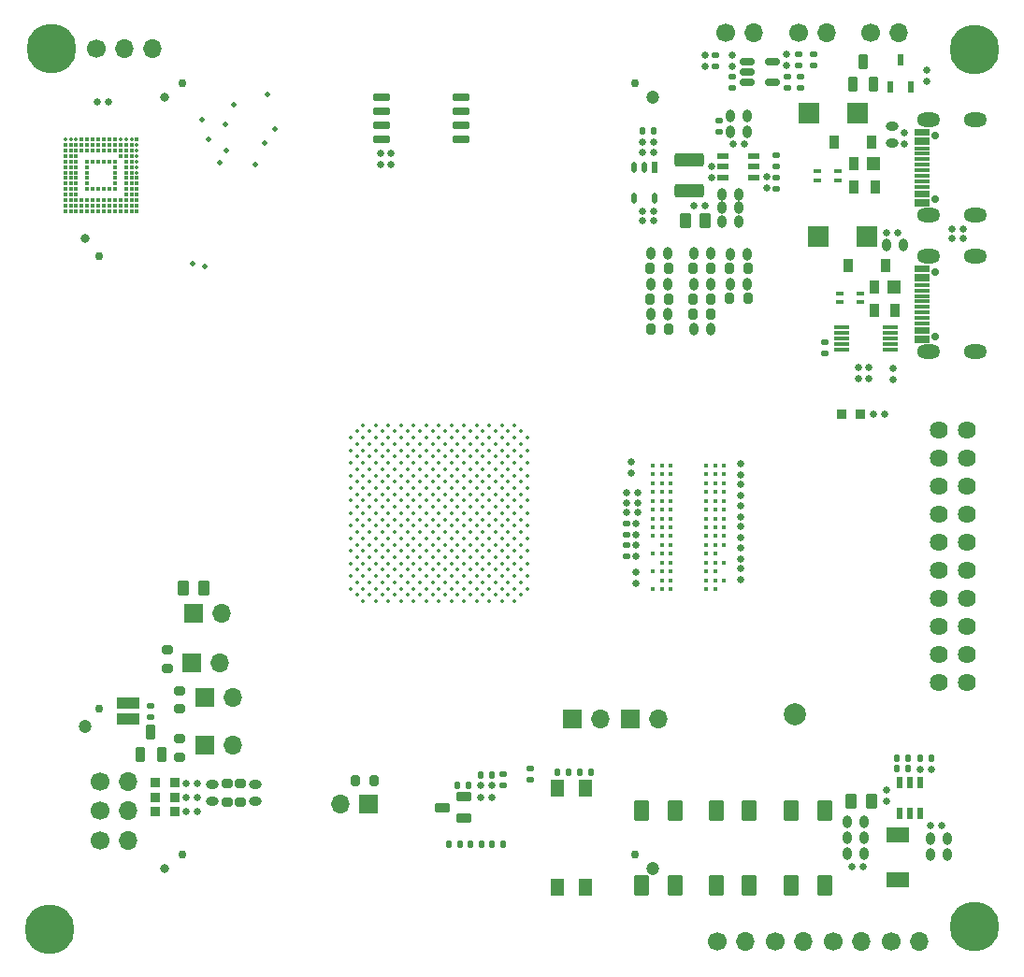
<source format=gbr>
G04 #@! TF.GenerationSoftware,KiCad,Pcbnew,7.0.2*
G04 #@! TF.CreationDate,2023-08-14T15:49:25+08:00*
G04 #@! TF.ProjectId,HPM1500_DDR2_CORE_RevA,48504d31-3530-4305-9f44-4452325f434f,rev?*
G04 #@! TF.SameCoordinates,Original*
G04 #@! TF.FileFunction,Soldermask,Top*
G04 #@! TF.FilePolarity,Negative*
%FSLAX46Y46*%
G04 Gerber Fmt 4.6, Leading zero omitted, Abs format (unit mm)*
G04 Created by KiCad (PCBNEW 7.0.2) date 2023-08-14 15:49:25*
%MOMM*%
%LPD*%
G01*
G04 APERTURE LIST*
G04 Aperture macros list*
%AMRoundRect*
0 Rectangle with rounded corners*
0 $1 Rounding radius*
0 $2 $3 $4 $5 $6 $7 $8 $9 X,Y pos of 4 corners*
0 Add a 4 corners polygon primitive as box body*
4,1,4,$2,$3,$4,$5,$6,$7,$8,$9,$2,$3,0*
0 Add four circle primitives for the rounded corners*
1,1,$1+$1,$2,$3*
1,1,$1+$1,$4,$5*
1,1,$1+$1,$6,$7*
1,1,$1+$1,$8,$9*
0 Add four rect primitives between the rounded corners*
20,1,$1+$1,$2,$3,$4,$5,0*
20,1,$1+$1,$4,$5,$6,$7,0*
20,1,$1+$1,$6,$7,$8,$9,0*
20,1,$1+$1,$8,$9,$2,$3,0*%
G04 Aperture macros list end*
%ADD10C,1.700000*%
%ADD11O,1.700000X1.700000*%
%ADD12C,0.421600*%
%ADD13O,0.421600X0.301600*%
%ADD14O,0.301600X0.421600*%
%ADD15C,0.400000*%
%ADD16RoundRect,0.135000X-0.135000X-0.185000X0.135000X-0.185000X0.135000X0.185000X-0.135000X0.185000X0*%
%ADD17RoundRect,0.200000X0.200000X0.275000X-0.200000X0.275000X-0.200000X-0.275000X0.200000X-0.275000X0*%
%ADD18RoundRect,0.135000X-0.185000X0.135000X-0.185000X-0.135000X0.185000X-0.135000X0.185000X0.135000X0*%
%ADD19O,0.889000X1.143000*%
%ADD20RoundRect,0.250000X0.262500X0.450000X-0.262500X0.450000X-0.262500X-0.450000X0.262500X-0.450000X0*%
%ADD21RoundRect,0.200000X-0.200000X-0.275000X0.200000X-0.275000X0.200000X0.275000X-0.200000X0.275000X0*%
%ADD22RoundRect,0.150000X0.650000X0.150000X-0.650000X0.150000X-0.650000X-0.150000X0.650000X-0.150000X0*%
%ADD23RoundRect,0.050800X-0.625000X-0.350000X0.625000X-0.350000X0.625000X0.350000X-0.625000X0.350000X0*%
%ADD24C,0.635000*%
%ADD25RoundRect,0.200000X-0.275000X0.200000X-0.275000X-0.200000X0.275000X-0.200000X0.275000X0.200000X0*%
%ADD26R,0.750000X0.400000*%
%ADD27RoundRect,0.135000X0.185000X-0.135000X0.185000X0.135000X-0.185000X0.135000X-0.185000X-0.135000X0*%
%ADD28C,1.625600*%
%ADD29R,1.700000X1.700000*%
%ADD30C,0.500000*%
%ADD31RoundRect,0.150000X-0.512500X-0.150000X0.512500X-0.150000X0.512500X0.150000X-0.512500X0.150000X0*%
%ADD32RoundRect,0.050800X-0.350000X0.625000X-0.350000X-0.625000X0.350000X-0.625000X0.350000X0.625000X0*%
%ADD33RoundRect,0.050800X0.599450X-0.849650X0.599450X0.849650X-0.599450X0.849650X-0.599450X-0.849650X0*%
%ADD34RoundRect,0.250000X-0.262500X-0.450000X0.262500X-0.450000X0.262500X0.450000X-0.262500X0.450000X0*%
%ADD35RoundRect,0.050800X-0.400050X0.400050X-0.400050X-0.400050X0.400050X-0.400050X0.400050X0.400050X0*%
%ADD36C,2.001600*%
%ADD37R,0.550000X1.000000*%
%ADD38R,1.400000X0.300000*%
%ADD39O,1.143000X0.889000*%
%ADD40RoundRect,0.200000X0.275000X-0.200000X0.275000X0.200000X-0.275000X0.200000X-0.275000X-0.200000X0*%
%ADD41C,4.500000*%
%ADD42RoundRect,0.250000X-1.075000X0.375000X-1.075000X-0.375000X1.075000X-0.375000X1.075000X0.375000X0*%
%ADD43R,1.168400X1.168400*%
%ADD44R,0.914400X1.168400*%
%ADD45RoundRect,0.135000X0.135000X0.185000X-0.135000X0.185000X-0.135000X-0.185000X0.135000X-0.185000X0*%
%ADD46R,0.950000X1.150000*%
%ADD47R,2.120000X1.400000*%
%ADD48RoundRect,0.050800X-0.900450X-0.849650X0.900450X-0.849650X0.900450X0.849650X-0.900450X0.849650X0*%
%ADD49RoundRect,0.050800X-0.549900X-0.750550X0.549900X-0.750550X0.549900X0.750550X-0.549900X0.750550X0*%
%ADD50C,0.350000*%
%ADD51R,0.600000X1.070000*%
%ADD52R,1.000000X0.550000*%
%ADD53RoundRect,0.050800X-1.000000X-0.450000X1.000000X-0.450000X1.000000X0.450000X-1.000000X0.450000X0*%
%ADD54RoundRect,0.050000X0.650000X-0.150000X0.650000X0.150000X-0.650000X0.150000X-0.650000X-0.150000X0*%
%ADD55O,2.101600X1.301600*%
%ADD56C,0.700000*%
%ADD57R,0.508000X1.016000*%
%ADD58O,0.508000X1.016000*%
%ADD59C,1.200000*%
%ADD60C,0.762000*%
%ADD61C,0.800000*%
G04 APERTURE END LIST*
D10*
X114240000Y-60360000D03*
D11*
X116780000Y-60360000D03*
X119320000Y-60360000D03*
D12*
X117885900Y-68545000D03*
D13*
X117885900Y-69045400D03*
X117885900Y-69545800D03*
X117885900Y-70046100D03*
X117885900Y-70546500D03*
X117885900Y-71046900D03*
X117885900Y-71547300D03*
D12*
X117885900Y-72045100D03*
X117885900Y-72545500D03*
X117885900Y-73045900D03*
X117885900Y-73546300D03*
X117885900Y-74046600D03*
X117885900Y-74547000D03*
X117885900Y-75047400D03*
D14*
X117385500Y-68545000D03*
D12*
X117385500Y-69045400D03*
X117385500Y-69545800D03*
X117385500Y-70046100D03*
X117385500Y-70546500D03*
X117385500Y-71046900D03*
X117385500Y-71547300D03*
X117385500Y-72045100D03*
X117385500Y-72545500D03*
X117385500Y-73045900D03*
X117385500Y-73546300D03*
X117385500Y-74046600D03*
X117385500Y-74547000D03*
X117385500Y-75047400D03*
D14*
X116885100Y-68545000D03*
D12*
X116885100Y-69045400D03*
X116885100Y-69545800D03*
X116885100Y-70046100D03*
X116885100Y-70546500D03*
X116885100Y-71046900D03*
X116885100Y-71547300D03*
X116885100Y-72045100D03*
X116885100Y-72545500D03*
X116885100Y-73045900D03*
X116885100Y-73546300D03*
X116885100Y-74046600D03*
X116885100Y-74547000D03*
X116885100Y-75047400D03*
D14*
X116384800Y-68545000D03*
D12*
X116384800Y-69045400D03*
X116384800Y-69545800D03*
X116384800Y-70046100D03*
X116384800Y-74046600D03*
X116384800Y-74547000D03*
X116384800Y-75047400D03*
X115884400Y-68545000D03*
X115884400Y-69045400D03*
X115884400Y-69545800D03*
X115884400Y-70546500D03*
X115884400Y-71046900D03*
X115884400Y-71547300D03*
X115884400Y-72045100D03*
X115884400Y-72545500D03*
X115884400Y-73045900D03*
X115884400Y-74046600D03*
X115884400Y-74547000D03*
X115884400Y-75047400D03*
X115384000Y-68545000D03*
X115384000Y-69045400D03*
X115384000Y-69545800D03*
X115384000Y-70546500D03*
X115384000Y-73045900D03*
X115384000Y-74046600D03*
X115384000Y-74547000D03*
X115384000Y-75047400D03*
X114883600Y-68545000D03*
X114883600Y-69045400D03*
X114883600Y-69545800D03*
X114883600Y-70546500D03*
X114883600Y-73045900D03*
X114883600Y-74046600D03*
X114883600Y-74547000D03*
X114883600Y-75047400D03*
X114385800Y-68545000D03*
X114385800Y-69045400D03*
X114385800Y-69545800D03*
X114385800Y-70546500D03*
X114385800Y-73045900D03*
X114385800Y-74046600D03*
X114385800Y-74547000D03*
X114385800Y-75047400D03*
X113885400Y-68545000D03*
X113885400Y-69045400D03*
X113885400Y-69545800D03*
X113885400Y-70546500D03*
X113885400Y-73045900D03*
X113885400Y-74046600D03*
X113885400Y-74547000D03*
X113885400Y-75047400D03*
X113385000Y-68545000D03*
X113385000Y-69045400D03*
X113385000Y-69545800D03*
X113385000Y-70546500D03*
X113385000Y-71046900D03*
X113385000Y-71547300D03*
X113385000Y-72045100D03*
X113385000Y-72545500D03*
X113385000Y-73045900D03*
X113385000Y-74046600D03*
X113385000Y-74547000D03*
X113385000Y-75047400D03*
X112884600Y-68545000D03*
X112884600Y-69045400D03*
X112884600Y-69545800D03*
X112884600Y-74046600D03*
X112884600Y-74547000D03*
X112884600Y-75047400D03*
D14*
X112384300Y-68545000D03*
D12*
X112384300Y-69045400D03*
X112384300Y-69545800D03*
X112384300Y-70046100D03*
X112384300Y-70546500D03*
X112384300Y-71046900D03*
X112384300Y-71547300D03*
X112384300Y-72045100D03*
X112384300Y-72545500D03*
X112384300Y-73045900D03*
X112384300Y-73546300D03*
X112384300Y-74046600D03*
X112384300Y-74547000D03*
X112384300Y-75047400D03*
D14*
X111883900Y-68545000D03*
D12*
X111883900Y-69045400D03*
X111883900Y-69545800D03*
X111883900Y-70046100D03*
X111883900Y-70546500D03*
X111883900Y-71046900D03*
X111883900Y-71547300D03*
X111883900Y-72045100D03*
X111883900Y-72545500D03*
X111883900Y-73045900D03*
X111883900Y-73546300D03*
X111883900Y-74046600D03*
X111883900Y-74547000D03*
X111883900Y-75047400D03*
D14*
X111383500Y-68545000D03*
D12*
X111383500Y-69045400D03*
X111383500Y-69545800D03*
X111383500Y-70046100D03*
X111383500Y-70546500D03*
X111383500Y-71046900D03*
X111383500Y-71547300D03*
X111383500Y-72045100D03*
X111383500Y-72545500D03*
X111383500Y-73045900D03*
X111383500Y-73546300D03*
X111383500Y-74046600D03*
X111383500Y-74547000D03*
X111383500Y-75047400D03*
D15*
X164620000Y-98079000D03*
X165420000Y-98079000D03*
X166220000Y-98079000D03*
X169420000Y-98079000D03*
X170220000Y-98079000D03*
X171020000Y-98079000D03*
X164620000Y-98879000D03*
X165420000Y-98879000D03*
X166220000Y-98879000D03*
X169420000Y-98879000D03*
X170220000Y-98879000D03*
X171020000Y-98879000D03*
X164620000Y-99680000D03*
X165420000Y-99680000D03*
X166220000Y-99680000D03*
X169420000Y-99680000D03*
X170220000Y-99680000D03*
X171020000Y-99680000D03*
X164620000Y-100480000D03*
X165420000Y-100480000D03*
X166220000Y-100480000D03*
X169420000Y-100480000D03*
X170220000Y-100480000D03*
X171020000Y-100480000D03*
X164620000Y-101280000D03*
X165420000Y-101280000D03*
X166220000Y-101280000D03*
X169420000Y-101280000D03*
X170220000Y-101280000D03*
X171020000Y-101280000D03*
X164620000Y-102080000D03*
X165420000Y-102080000D03*
X166220000Y-102080000D03*
X169420000Y-102080000D03*
X170220000Y-102080000D03*
X171020000Y-102080000D03*
X164620000Y-102880000D03*
X165420000Y-102880000D03*
X166220000Y-102880000D03*
X169420000Y-102880000D03*
X170220000Y-102880000D03*
X171020000Y-102880000D03*
X164620000Y-103680000D03*
X165420000Y-103680000D03*
X166220000Y-103680000D03*
X169420000Y-103680000D03*
X170220000Y-103680000D03*
X171020000Y-103680000D03*
X164620000Y-104480000D03*
X165420000Y-104480000D03*
X166220000Y-104480000D03*
X169420000Y-104480000D03*
X170220000Y-104480000D03*
X171020000Y-104480000D03*
X165420000Y-105280000D03*
X166220000Y-105280000D03*
X169420000Y-105280000D03*
X170220000Y-105280000D03*
X171020000Y-105280000D03*
X164620000Y-106080000D03*
X165420000Y-106080000D03*
X166220000Y-106080000D03*
X169420000Y-106080000D03*
X170220000Y-106080000D03*
X165420000Y-106880000D03*
X166220000Y-106880000D03*
X169420000Y-106880000D03*
X170220000Y-106880000D03*
X171020000Y-106880000D03*
X164620000Y-107681000D03*
X165420000Y-107681000D03*
X166220000Y-107681000D03*
X169420000Y-107681000D03*
X170220000Y-107681000D03*
X165420000Y-108481000D03*
X166220000Y-108481000D03*
X169420000Y-108481000D03*
X170220000Y-108481000D03*
X171020000Y-108481000D03*
X164620000Y-109281000D03*
X165420000Y-109281000D03*
X166220000Y-109281000D03*
X169420000Y-109281000D03*
X170220000Y-109281000D03*
D16*
X146917000Y-127075000D03*
X147937000Y-127075000D03*
D17*
X169873000Y-80264285D03*
X168223000Y-80264285D03*
D18*
X175765000Y-71973000D03*
X175765000Y-72993000D03*
D19*
X165950000Y-78900000D03*
X164426000Y-78900000D03*
D20*
X169337500Y-75925000D03*
X167512500Y-75925000D03*
D17*
X166033000Y-85721425D03*
X164383000Y-85721425D03*
D21*
X171563009Y-80250000D03*
X173213009Y-80250000D03*
D22*
X147225000Y-68505000D03*
X147225000Y-67235000D03*
X147225000Y-65965000D03*
X147225000Y-64695000D03*
X140025000Y-64695000D03*
X140025000Y-65965000D03*
X140025000Y-67235000D03*
X140025000Y-68505000D03*
D23*
X147509450Y-130001200D03*
X147509450Y-128101200D03*
X145509450Y-129051200D03*
D10*
X180915000Y-141210000D03*
D11*
X183455000Y-141210000D03*
D18*
X171750000Y-62890000D03*
X171750000Y-63910000D03*
D24*
X184576100Y-93420000D03*
X185592100Y-93420000D03*
D25*
X120645000Y-114795000D03*
X120645000Y-116445000D03*
D10*
X114545000Y-129355000D03*
D11*
X117085000Y-129355000D03*
D26*
X183350000Y-83275000D03*
X181500000Y-83275000D03*
X181500000Y-82475000D03*
X183350000Y-82475000D03*
D18*
X177755000Y-60845000D03*
X177755000Y-61865000D03*
D17*
X139340000Y-126605000D03*
X137690000Y-126605000D03*
D27*
X179145000Y-61865000D03*
X179145000Y-60845000D03*
D24*
X164672702Y-69733100D03*
X163656702Y-69733100D03*
X185737000Y-77015000D03*
X186753000Y-77015000D03*
D28*
X193070000Y-117714000D03*
X190530000Y-117714000D03*
X193070000Y-115174000D03*
X190530000Y-115174000D03*
X193070000Y-112634000D03*
X190530000Y-112634000D03*
X193070000Y-110094000D03*
X190530000Y-110094000D03*
X193070000Y-107554000D03*
X190530000Y-107554000D03*
X193070000Y-105014000D03*
X190530000Y-105014000D03*
X193070000Y-102474000D03*
X190530000Y-102474000D03*
X193070000Y-99934000D03*
X190530000Y-99934000D03*
X193070000Y-97394000D03*
X190530000Y-97394000D03*
X193070000Y-94854000D03*
X190530000Y-94854000D03*
D29*
X138850000Y-128705000D03*
D11*
X136310000Y-128705000D03*
D18*
X175765000Y-70015000D03*
X175765000Y-71035000D03*
D30*
X125385000Y-70640000D03*
D31*
X173112500Y-61475000D03*
X173112500Y-62425000D03*
X173112500Y-63375000D03*
X175387500Y-63375000D03*
X175387500Y-61475000D03*
D24*
X172555000Y-100808000D03*
X172555000Y-99792000D03*
X169890000Y-71983000D03*
X169890000Y-70967000D03*
D32*
X182685000Y-63535000D03*
X184585000Y-63535000D03*
X183635000Y-61535000D03*
D33*
X180136100Y-136106100D03*
X180136100Y-129303900D03*
X177133900Y-129303900D03*
X177133900Y-136106100D03*
D18*
X151027000Y-126057000D03*
X151027000Y-127077000D03*
D34*
X182560000Y-128449000D03*
X184385000Y-128449000D03*
D24*
X164697702Y-75933100D03*
X163681702Y-75933100D03*
D35*
X119584100Y-128105000D03*
X121285900Y-128105000D03*
X119584100Y-129444425D03*
X121285900Y-129444425D03*
D24*
X189727000Y-130685000D03*
X190743000Y-130685000D03*
D18*
X177935000Y-62875000D03*
X177935000Y-63895000D03*
D10*
X175675000Y-141210000D03*
D11*
X178215000Y-141210000D03*
D30*
X130385000Y-67570000D03*
D24*
X176725000Y-61833000D03*
X176725000Y-60817000D03*
D25*
X121720000Y-122825000D03*
X121720000Y-124475000D03*
D24*
X187395000Y-69001000D03*
X187395000Y-67985000D03*
D36*
X177485000Y-120600000D03*
D24*
X164628000Y-68795000D03*
X163612000Y-68795000D03*
X172555000Y-105572000D03*
X172555000Y-106588000D03*
D17*
X169873000Y-82992855D03*
X168223000Y-82992855D03*
D24*
X186385000Y-89247000D03*
X186385000Y-90263000D03*
D37*
X186935000Y-129603000D03*
X187885000Y-129603000D03*
X188835000Y-129603000D03*
X188835000Y-126803000D03*
X187885000Y-126803000D03*
X186935000Y-126803000D03*
D10*
X177765000Y-58865000D03*
D11*
X180305000Y-58865000D03*
D38*
X181675000Y-85575000D03*
X181675000Y-86075000D03*
X181675000Y-86575000D03*
X181675000Y-87075000D03*
X181675000Y-87575000D03*
X186075000Y-87575000D03*
X186075000Y-87075000D03*
X186075000Y-86575000D03*
X186075000Y-86075000D03*
X186075000Y-85575000D03*
D24*
X184125000Y-89192000D03*
X184125000Y-90208000D03*
D16*
X186675000Y-125563000D03*
X187695000Y-125563000D03*
D39*
X124710000Y-128467000D03*
X124710000Y-126943000D03*
D34*
X122112500Y-109155000D03*
X123937500Y-109155000D03*
D40*
X127285000Y-128530000D03*
X127285000Y-126880000D03*
D24*
X162197000Y-100540000D03*
X163213000Y-100540000D03*
D10*
X114545000Y-126705000D03*
D11*
X117085000Y-126705000D03*
D41*
X193725000Y-60430000D03*
D19*
X185723000Y-78135000D03*
X187247000Y-78135000D03*
D42*
X167905000Y-70385000D03*
X167905000Y-73185000D03*
D43*
X186425500Y-81882800D03*
D44*
X184647500Y-81882800D03*
X184647500Y-84067200D03*
X186552500Y-84067200D03*
D17*
X166013000Y-82992855D03*
X164363000Y-82992855D03*
D24*
X163085000Y-103347000D03*
X163085000Y-104363000D03*
D45*
X149078800Y-132383800D03*
X148058800Y-132383800D03*
D19*
X189747000Y-131868000D03*
X191271000Y-131868000D03*
D46*
X184427000Y-68755000D03*
X181043000Y-68755000D03*
D29*
X162580000Y-121060000D03*
D11*
X165120000Y-121060000D03*
D39*
X128585000Y-128467000D03*
X128585000Y-126943000D03*
D30*
X122945000Y-79790000D03*
D41*
X109945000Y-140045000D03*
D35*
X181653200Y-93415000D03*
X183355000Y-93415000D03*
D27*
X153485000Y-126555000D03*
X153485000Y-125535000D03*
D19*
X170873000Y-73555000D03*
X172397000Y-73555000D03*
D24*
X185735000Y-127447000D03*
X185735000Y-128463000D03*
X162227000Y-102305000D03*
X163243000Y-102305000D03*
D10*
X170455000Y-141210000D03*
D11*
X172995000Y-141210000D03*
D47*
X186745000Y-131572000D03*
X186745000Y-135628000D03*
D10*
X184345000Y-58865000D03*
D11*
X186885000Y-58865000D03*
D30*
X123785000Y-66760000D03*
D17*
X169873000Y-84357140D03*
X168223000Y-84357140D03*
D35*
X119584100Y-126774000D03*
X121285900Y-126774000D03*
D48*
X179613000Y-77355000D03*
X183997000Y-77355000D03*
D19*
X183703000Y-131795000D03*
X182179000Y-131795000D03*
X170873000Y-74755000D03*
X172397000Y-74755000D03*
D49*
X155915000Y-136295900D03*
X158455000Y-136295900D03*
X158455000Y-127294100D03*
X155915000Y-127294100D03*
D17*
X166013000Y-80264285D03*
X164363000Y-80264285D03*
D24*
X191672000Y-77545000D03*
X192688000Y-77545000D03*
D50*
X138380000Y-94420000D03*
X139520000Y-94420000D03*
X140660000Y-94420000D03*
X141800000Y-94420000D03*
X142940000Y-94420000D03*
X144080000Y-94420000D03*
X145220000Y-94420000D03*
X146360000Y-94420000D03*
X147500000Y-94420000D03*
X148640000Y-94420000D03*
X149780000Y-94420000D03*
X150920000Y-94420000D03*
X152060000Y-94420000D03*
X137240000Y-105820000D03*
X138380000Y-105820000D03*
X139520000Y-105820000D03*
X140660000Y-105820000D03*
X141800000Y-105820000D03*
X142940000Y-105820000D03*
X144080000Y-105820000D03*
X145220000Y-105820000D03*
X146360000Y-105820000D03*
X147500000Y-105820000D03*
X148640000Y-105820000D03*
X149780000Y-105820000D03*
X150920000Y-105820000D03*
X152060000Y-105820000D03*
X153200000Y-105820000D03*
X137810000Y-106390000D03*
X138950000Y-106390000D03*
X140090000Y-106390000D03*
X141230000Y-106390000D03*
X142370000Y-106390000D03*
X143510000Y-106390000D03*
X144650000Y-106390000D03*
X145790000Y-106390000D03*
X146930000Y-106390000D03*
X148070000Y-106390000D03*
X149210000Y-106390000D03*
X150350000Y-106390000D03*
X151490000Y-106390000D03*
X152630000Y-106390000D03*
X137240000Y-106960000D03*
X138380000Y-106960000D03*
X139520000Y-106960000D03*
X140660000Y-106960000D03*
X141800000Y-106960000D03*
X142940000Y-106960000D03*
X144080000Y-106960000D03*
X145220000Y-106960000D03*
X146360000Y-106960000D03*
X147500000Y-106960000D03*
X148640000Y-106960000D03*
X149780000Y-106960000D03*
X150920000Y-106960000D03*
X152060000Y-106960000D03*
X153200000Y-106960000D03*
X137810000Y-107530000D03*
X138950000Y-107530000D03*
X140090000Y-107530000D03*
X141230000Y-107530000D03*
X142370000Y-107530000D03*
X143510000Y-107530000D03*
X144650000Y-107530000D03*
X145790000Y-107530000D03*
X146930000Y-107530000D03*
X148070000Y-107530000D03*
X149210000Y-107530000D03*
X150350000Y-107530000D03*
X151490000Y-107530000D03*
X152630000Y-107530000D03*
X137240000Y-108100000D03*
X138380000Y-108100000D03*
X139520000Y-108100000D03*
X140660000Y-108100000D03*
X141800000Y-108100000D03*
X142940000Y-108100000D03*
X144080000Y-108100000D03*
X145220000Y-108100000D03*
X146360000Y-108100000D03*
X147500000Y-108100000D03*
X148640000Y-108100000D03*
X149780000Y-108100000D03*
X150920000Y-108100000D03*
X152060000Y-108100000D03*
X153200000Y-108100000D03*
X137810000Y-108670000D03*
X138950000Y-108670000D03*
X140090000Y-108670000D03*
X141230000Y-108670000D03*
X142370000Y-108670000D03*
X143510000Y-108670000D03*
X144650000Y-108670000D03*
X145790000Y-108670000D03*
X146930000Y-108670000D03*
X148070000Y-108670000D03*
X149210000Y-108670000D03*
X150350000Y-108670000D03*
X151490000Y-108670000D03*
X152630000Y-108670000D03*
X137240000Y-109240000D03*
X138380000Y-109240000D03*
X139520000Y-109240000D03*
X140660000Y-109240000D03*
X141800000Y-109240000D03*
X142940000Y-109240000D03*
X144080000Y-109240000D03*
X145220000Y-109240000D03*
X146360000Y-109240000D03*
X147500000Y-109240000D03*
X148640000Y-109240000D03*
X149780000Y-109240000D03*
X150920000Y-109240000D03*
X152060000Y-109240000D03*
X153200000Y-109240000D03*
X137810000Y-109810000D03*
X138950000Y-109810000D03*
X140090000Y-109810000D03*
X141230000Y-109810000D03*
X142370000Y-109810000D03*
X143510000Y-109810000D03*
X144650000Y-109810000D03*
X145790000Y-109810000D03*
X146930000Y-109810000D03*
X148070000Y-109810000D03*
X149210000Y-109810000D03*
X150350000Y-109810000D03*
X151490000Y-109810000D03*
X152630000Y-109810000D03*
X138380000Y-110380000D03*
X139520000Y-110380000D03*
X140660000Y-110380000D03*
X141800000Y-110380000D03*
X142940000Y-110380000D03*
X144080000Y-110380000D03*
X145220000Y-110380000D03*
X146360000Y-110380000D03*
X147500000Y-110380000D03*
X148640000Y-110380000D03*
X149780000Y-110380000D03*
X150920000Y-110380000D03*
X152060000Y-110380000D03*
X137810000Y-94990000D03*
X138950000Y-94990000D03*
X140090000Y-94990000D03*
X141230000Y-94990000D03*
X142370000Y-94990000D03*
X143510000Y-94990000D03*
X144650000Y-94990000D03*
X145790000Y-94990000D03*
X146930000Y-94990000D03*
X148070000Y-94990000D03*
X149210000Y-94990000D03*
X150350000Y-94990000D03*
X151490000Y-94990000D03*
X152630000Y-94990000D03*
X137240000Y-95560000D03*
X138380000Y-95560000D03*
X139520000Y-95560000D03*
X140660000Y-95560000D03*
X141800000Y-95560000D03*
X142940000Y-95560000D03*
X144080000Y-95560000D03*
X145220000Y-95560000D03*
X146360000Y-95560000D03*
X147500000Y-95560000D03*
X148640000Y-95560000D03*
X149780000Y-95560000D03*
X150920000Y-95560000D03*
X152060000Y-95560000D03*
X153200000Y-95560000D03*
X137810000Y-96130000D03*
X138950000Y-96130000D03*
X140090000Y-96130000D03*
X141230000Y-96130000D03*
X142370000Y-96130000D03*
X143510000Y-96130000D03*
X144650000Y-96130000D03*
X145790000Y-96130000D03*
X146930000Y-96130000D03*
X148070000Y-96130000D03*
X149210000Y-96130000D03*
X150350000Y-96130000D03*
X151490000Y-96130000D03*
X152630000Y-96130000D03*
X137240000Y-96700000D03*
X138380000Y-96700000D03*
X139520000Y-96700000D03*
X140660000Y-96700000D03*
X141800000Y-96700000D03*
X142940000Y-96700000D03*
X144080000Y-96700000D03*
X145220000Y-96700000D03*
X146360000Y-96700000D03*
X147500000Y-96700000D03*
X148640000Y-96700000D03*
X149780000Y-96700000D03*
X150920000Y-96700000D03*
X152060000Y-96700000D03*
X153200000Y-96700000D03*
X137810000Y-97270000D03*
X138950000Y-97270000D03*
X140090000Y-97270000D03*
X141230000Y-97270000D03*
X142370000Y-97270000D03*
X143510000Y-97270000D03*
X144650000Y-97270000D03*
X145790000Y-97270000D03*
X146930000Y-97270000D03*
X148070000Y-97270000D03*
X149210000Y-97270000D03*
X150350000Y-97270000D03*
X151490000Y-97270000D03*
X152630000Y-97270000D03*
X137240000Y-97840000D03*
X138380000Y-97840000D03*
X139520000Y-97840000D03*
X140660000Y-97840000D03*
X141800000Y-97840000D03*
X142940000Y-97840000D03*
X144080000Y-97840000D03*
X145220000Y-97840000D03*
X146360000Y-97840000D03*
X147500000Y-97840000D03*
X148640000Y-97840000D03*
X149780000Y-97840000D03*
X150920000Y-97840000D03*
X152060000Y-97840000D03*
X153200000Y-97840000D03*
X137810000Y-98410000D03*
X138950000Y-98410000D03*
X140090000Y-98410000D03*
X141230000Y-98410000D03*
X142370000Y-98410000D03*
X143510000Y-98410000D03*
X144650000Y-98410000D03*
X145790000Y-98410000D03*
X146930000Y-98410000D03*
X148070000Y-98410000D03*
X149210000Y-98410000D03*
X150350000Y-98410000D03*
X151490000Y-98410000D03*
X152630000Y-98410000D03*
X137240000Y-98980000D03*
X138380000Y-98980000D03*
X139520000Y-98980000D03*
X140660000Y-98980000D03*
X141800000Y-98980000D03*
X142940000Y-98980000D03*
X144080000Y-98980000D03*
X145220000Y-98980000D03*
X146360000Y-98980000D03*
X147500000Y-98980000D03*
X148640000Y-98980000D03*
X149780000Y-98980000D03*
X150920000Y-98980000D03*
X152060000Y-98980000D03*
X153200000Y-98980000D03*
X137810000Y-99550000D03*
X138950000Y-99550000D03*
X140090000Y-99550000D03*
X141230000Y-99550000D03*
X142370000Y-99550000D03*
X143510000Y-99550000D03*
X144650000Y-99550000D03*
X145790000Y-99550000D03*
X146930000Y-99550000D03*
X148070000Y-99550000D03*
X149210000Y-99550000D03*
X150350000Y-99550000D03*
X151490000Y-99550000D03*
X152630000Y-99550000D03*
X137240000Y-100120000D03*
X138380000Y-100120000D03*
X139520000Y-100120000D03*
X140660000Y-100120000D03*
X141800000Y-100120000D03*
X142940000Y-100120000D03*
X144080000Y-100120000D03*
X145220000Y-100120000D03*
X146360000Y-100120000D03*
X147500000Y-100120000D03*
X148640000Y-100120000D03*
X149780000Y-100120000D03*
X150920000Y-100120000D03*
X152060000Y-100120000D03*
X153200000Y-100120000D03*
X137810000Y-100690000D03*
X138950000Y-100690000D03*
X140090000Y-100690000D03*
X141230000Y-100690000D03*
X142370000Y-100690000D03*
X143510000Y-100690000D03*
X144650000Y-100690000D03*
X145790000Y-100690000D03*
X146930000Y-100690000D03*
X148070000Y-100690000D03*
X149210000Y-100690000D03*
X150350000Y-100690000D03*
X151490000Y-100690000D03*
X152630000Y-100690000D03*
X137240000Y-101260000D03*
X138380000Y-101260000D03*
X139520000Y-101260000D03*
X140660000Y-101260000D03*
X141800000Y-101260000D03*
X142940000Y-101260000D03*
X144080000Y-101260000D03*
X145220000Y-101260000D03*
X146360000Y-101260000D03*
X147500000Y-101260000D03*
X148640000Y-101260000D03*
X149780000Y-101260000D03*
X150920000Y-101260000D03*
X152060000Y-101260000D03*
X153200000Y-101260000D03*
X137810000Y-101830000D03*
X138950000Y-101830000D03*
X140090000Y-101830000D03*
X141230000Y-101830000D03*
X142370000Y-101830000D03*
X143510000Y-101830000D03*
X144650000Y-101830000D03*
X145790000Y-101830000D03*
X146930000Y-101830000D03*
X148070000Y-101830000D03*
X149210000Y-101830000D03*
X150350000Y-101830000D03*
X151490000Y-101830000D03*
X152630000Y-101830000D03*
X137240000Y-102400000D03*
X138380000Y-102400000D03*
X139520000Y-102400000D03*
X140660000Y-102400000D03*
X141800000Y-102400000D03*
X142940000Y-102400000D03*
X144080000Y-102400000D03*
X145220000Y-102400000D03*
X146360000Y-102400000D03*
X147500000Y-102400000D03*
X148640000Y-102400000D03*
X149780000Y-102400000D03*
X150920000Y-102400000D03*
X152060000Y-102400000D03*
X153200000Y-102400000D03*
X137810000Y-102970000D03*
X138950000Y-102970000D03*
X140090000Y-102970000D03*
X141230000Y-102970000D03*
X142370000Y-102970000D03*
X143510000Y-102970000D03*
X144650000Y-102970000D03*
X145790000Y-102970000D03*
X146930000Y-102970000D03*
X148070000Y-102970000D03*
X149210000Y-102970000D03*
X150350000Y-102970000D03*
X151490000Y-102970000D03*
X152630000Y-102970000D03*
X137240000Y-103540000D03*
X138380000Y-103540000D03*
X139520000Y-103540000D03*
X140660000Y-103540000D03*
X141800000Y-103540000D03*
X142940000Y-103540000D03*
X144080000Y-103540000D03*
X145220000Y-103540000D03*
X146360000Y-103540000D03*
X147500000Y-103540000D03*
X148640000Y-103540000D03*
X149780000Y-103540000D03*
X150920000Y-103540000D03*
X152060000Y-103540000D03*
X153200000Y-103540000D03*
X137810000Y-104110000D03*
X138950000Y-104110000D03*
X140090000Y-104110000D03*
X141230000Y-104110000D03*
X142370000Y-104110000D03*
X143510000Y-104110000D03*
X144650000Y-104110000D03*
X145790000Y-104110000D03*
X146930000Y-104110000D03*
X148070000Y-104110000D03*
X149210000Y-104110000D03*
X150350000Y-104110000D03*
X151490000Y-104110000D03*
X152630000Y-104110000D03*
X137240000Y-104680000D03*
X138380000Y-104680000D03*
X139520000Y-104680000D03*
X140660000Y-104680000D03*
X141800000Y-104680000D03*
X142940000Y-104680000D03*
X144080000Y-104680000D03*
X145220000Y-104680000D03*
X146360000Y-104680000D03*
X147500000Y-104680000D03*
X148640000Y-104680000D03*
X149780000Y-104680000D03*
X150920000Y-104680000D03*
X152060000Y-104680000D03*
X153200000Y-104680000D03*
X137810000Y-105250000D03*
X138950000Y-105250000D03*
X140090000Y-105250000D03*
X141230000Y-105250000D03*
X142370000Y-105250000D03*
X143510000Y-105250000D03*
X144650000Y-105250000D03*
X145790000Y-105250000D03*
X146930000Y-105250000D03*
X148070000Y-105250000D03*
X149210000Y-105250000D03*
X150350000Y-105250000D03*
X151490000Y-105250000D03*
X152630000Y-105250000D03*
D24*
X162227000Y-101455000D03*
X163243000Y-101455000D03*
D10*
X186195000Y-141210000D03*
D11*
X188735000Y-141210000D03*
D10*
X171185000Y-58865000D03*
D11*
X173725000Y-58865000D03*
D24*
X183613000Y-134445000D03*
X182597000Y-134445000D03*
D45*
X164655000Y-67770000D03*
X163635000Y-67770000D03*
D30*
X128615000Y-70810000D03*
D33*
X166585000Y-136107200D03*
X166585000Y-129305000D03*
X163582800Y-129305000D03*
X163582800Y-136107200D03*
D48*
X178751000Y-66155000D03*
X183135000Y-66155000D03*
D24*
X174915000Y-72983000D03*
X174915000Y-71967000D03*
D43*
X184600500Y-70712800D03*
D44*
X182822500Y-70712800D03*
X182822500Y-72897200D03*
X184727500Y-72897200D03*
D40*
X126035000Y-128530000D03*
X126035000Y-126880000D03*
D18*
X119145000Y-119837000D03*
X119145000Y-120857000D03*
D19*
X171590000Y-66450000D03*
X173114000Y-66450000D03*
D24*
X183175000Y-89192000D03*
X183175000Y-90208000D03*
D30*
X125955000Y-69530000D03*
D16*
X155985000Y-125863000D03*
X157005000Y-125863000D03*
D27*
X176775000Y-63885000D03*
X176775000Y-62865000D03*
D51*
X186050000Y-63790000D03*
X187950000Y-63790000D03*
X187000000Y-61320000D03*
D24*
X172555000Y-107432000D03*
X172555000Y-108448000D03*
D19*
X165950000Y-84357140D03*
X164426000Y-84357140D03*
D24*
X122319000Y-129454425D03*
X123335000Y-129454425D03*
X163085000Y-105297000D03*
X163085000Y-106313000D03*
D30*
X126655000Y-65390000D03*
D10*
X114545000Y-132005000D03*
D11*
X117085000Y-132005000D03*
D19*
X165950000Y-81628570D03*
X164426000Y-81628570D03*
X169810000Y-85721425D03*
X168286000Y-85721425D03*
X183715000Y-130345000D03*
X182191000Y-130345000D03*
D52*
X173715000Y-71975000D03*
X173715000Y-71025000D03*
X173715000Y-70075000D03*
X170915000Y-70075000D03*
X170915000Y-71025000D03*
X170915000Y-71975000D03*
D24*
X163085000Y-108788000D03*
X163085000Y-107772000D03*
D29*
X122875000Y-115955000D03*
D11*
X125415000Y-115955000D03*
D30*
X125895000Y-67200000D03*
D24*
X164707702Y-75043100D03*
X163691702Y-75043100D03*
D25*
X121720000Y-118480000D03*
X121720000Y-120130000D03*
D24*
X171827000Y-68975000D03*
X172843000Y-68975000D03*
X169290000Y-61948000D03*
X169290000Y-60932000D03*
X172555000Y-102718000D03*
X172555000Y-101702000D03*
X169325000Y-74515000D03*
X168309000Y-74515000D03*
D32*
X118195000Y-124245000D03*
X120095000Y-124245000D03*
X119145000Y-122245000D03*
D39*
X186235000Y-68905000D03*
X186235000Y-67381000D03*
D45*
X151028800Y-132383800D03*
X150008800Y-132383800D03*
D18*
X170250000Y-60940000D03*
X170250000Y-61960000D03*
D29*
X157315000Y-121070000D03*
D11*
X159855000Y-121070000D03*
D16*
X148967000Y-126125000D03*
X149987000Y-126125000D03*
D19*
X171626009Y-78950000D03*
X173150009Y-78950000D03*
D24*
X140845000Y-69817000D03*
X140845000Y-70833000D03*
D41*
X193725000Y-139830000D03*
D24*
X171775000Y-60942000D03*
X171775000Y-61958000D03*
D30*
X129465000Y-68910000D03*
D19*
X169810000Y-81628570D03*
X168286000Y-81628570D03*
D18*
X180195000Y-86885000D03*
X180195000Y-87905000D03*
D27*
X162235000Y-106323000D03*
X162235000Y-105303000D03*
D24*
X189839000Y-125623000D03*
X188823000Y-125623000D03*
X172555000Y-98898000D03*
X172555000Y-97882000D03*
D30*
X124015000Y-80040000D03*
D53*
X117082400Y-119556400D03*
X117085000Y-121055000D03*
D27*
X162235000Y-104365000D03*
X162235000Y-103345000D03*
D16*
X186667000Y-124605000D03*
X187687000Y-124605000D03*
D19*
X169810000Y-78900000D03*
X168286000Y-78900000D03*
X171626009Y-81650000D03*
X173150009Y-81650000D03*
X189731000Y-133298000D03*
X191255000Y-133298000D03*
D30*
X124375000Y-68550000D03*
D21*
X171563009Y-82950000D03*
X173213009Y-82950000D03*
D29*
X124005000Y-119115000D03*
D11*
X126545000Y-119115000D03*
D24*
X148969000Y-128120000D03*
X149985000Y-128120000D03*
D54*
X188949800Y-74150200D03*
X188949800Y-73350100D03*
X188949800Y-72850300D03*
X188949800Y-71850300D03*
X188949800Y-70350100D03*
X188949800Y-69350100D03*
X188950000Y-68850300D03*
X188949800Y-68050200D03*
X188949800Y-67750200D03*
X188950000Y-68550000D03*
X188949800Y-69850500D03*
X188949800Y-70850300D03*
X188949800Y-71350100D03*
X188949800Y-72350100D03*
X188949800Y-73650100D03*
X188949800Y-74450200D03*
D55*
X193780000Y-66780200D03*
X193779900Y-75420400D03*
X189600000Y-66780300D03*
X189599900Y-75420500D03*
D56*
X190129900Y-68210200D03*
X190129900Y-73990200D03*
D45*
X159005000Y-125863000D03*
X157985000Y-125863000D03*
D29*
X123045000Y-111505000D03*
D11*
X125585000Y-111505000D03*
D26*
X181370000Y-72225000D03*
X179520000Y-72225000D03*
X179520000Y-71425000D03*
X181370000Y-71425000D03*
D24*
X139920000Y-69837000D03*
X139920000Y-70853000D03*
D19*
X183715000Y-133195000D03*
X182191000Y-133195000D03*
D57*
X164764700Y-71086100D03*
D58*
X163814690Y-71086100D03*
X162864704Y-71086100D03*
X162864704Y-73880100D03*
X164764700Y-73880100D03*
D19*
X171590000Y-67850000D03*
X173114000Y-67850000D03*
D54*
X188949800Y-86525000D03*
X188949800Y-85724900D03*
X188949800Y-85225100D03*
X188949800Y-84225100D03*
X188949800Y-82724900D03*
X188949800Y-81724900D03*
X188950000Y-81225100D03*
X188949800Y-80425000D03*
X188949800Y-80125000D03*
X188950000Y-80924800D03*
X188949800Y-82225300D03*
X188949800Y-83225100D03*
X188949800Y-83724900D03*
X188949800Y-84724900D03*
X188949800Y-86024900D03*
X188949800Y-86825000D03*
D55*
X193780000Y-79155000D03*
X193779900Y-87795200D03*
X189600000Y-79155100D03*
X189599900Y-87795300D03*
D56*
X190129900Y-80585000D03*
X190129900Y-86365000D03*
D19*
X170873000Y-76005000D03*
X172397000Y-76005000D03*
D24*
X162665000Y-98808000D03*
X162665000Y-97792000D03*
X115303000Y-65140000D03*
X114287000Y-65140000D03*
X148969000Y-127075000D03*
X149985000Y-127075000D03*
D33*
X173336100Y-136106100D03*
X173336100Y-129303900D03*
X170333900Y-129303900D03*
X170333900Y-136106100D03*
D24*
X192688000Y-76695000D03*
X191672000Y-76695000D03*
D46*
X185627000Y-80005000D03*
X182243000Y-80005000D03*
D24*
X172555000Y-104628000D03*
X172555000Y-103612000D03*
D29*
X124005000Y-123427500D03*
D11*
X126545000Y-123427500D03*
D41*
X110124958Y-60347821D03*
D18*
X170565000Y-66815000D03*
X170565000Y-67835000D03*
D30*
X129715000Y-64480000D03*
D24*
X189415000Y-62297000D03*
X189415000Y-63313000D03*
X122311575Y-126894000D03*
X123327575Y-126894000D03*
X122319000Y-128104425D03*
X123335000Y-128104425D03*
D45*
X147170800Y-132383800D03*
X146150800Y-132383800D03*
D16*
X188825000Y-124605000D03*
X189845000Y-124605000D03*
D59*
X164595188Y-134570106D03*
D60*
X162995188Y-133320106D03*
X121994988Y-133320106D03*
D61*
X120394988Y-134570106D03*
D59*
X113219894Y-121742688D03*
D60*
X114469894Y-120142688D03*
X114469894Y-79142488D03*
D61*
X113219894Y-77542488D03*
D59*
X164595188Y-64720106D03*
D60*
X162995188Y-63470106D03*
X121994988Y-63470106D03*
D61*
X120394988Y-64720106D03*
M02*

</source>
